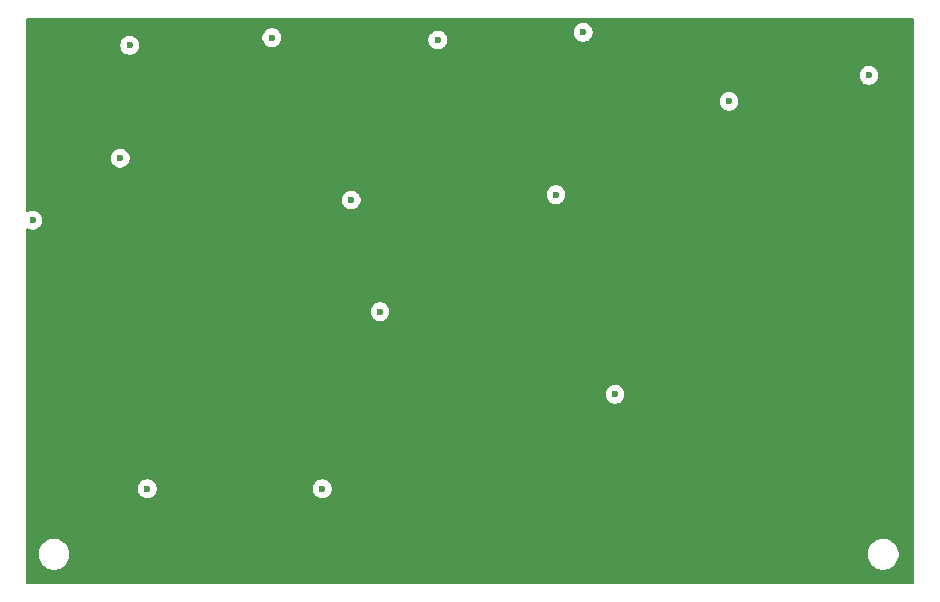
<source format=gbr>
%TF.GenerationSoftware,KiCad,Pcbnew,9.0.0*%
%TF.CreationDate,2025-05-16T17:37:23-07:00*%
%TF.ProjectId,current_measure_board,63757272-656e-4745-9f6d-656173757265,rev?*%
%TF.SameCoordinates,Original*%
%TF.FileFunction,Copper,L3,Inr*%
%TF.FilePolarity,Positive*%
%FSLAX46Y46*%
G04 Gerber Fmt 4.6, Leading zero omitted, Abs format (unit mm)*
G04 Created by KiCad (PCBNEW 9.0.0) date 2025-05-16 17:37:23*
%MOMM*%
%LPD*%
G01*
G04 APERTURE LIST*
%TA.AperFunction,ViaPad*%
%ADD10C,0.600000*%
%TD*%
G04 APERTURE END LIST*
D10*
%TO.N,/Vminus*%
X169550000Y-92550000D03*
%TO.N,GND*%
X167100000Y-92500000D03*
X171500000Y-86150000D03*
X183950000Y-90400000D03*
%TO.N,/Vplus*%
X181400000Y-90350000D03*
%TO.N,GND*%
X176400000Y-105500000D03*
X118650000Y-118150000D03*
X110650000Y-105650000D03*
X128250000Y-103100000D03*
X142250000Y-87250000D03*
X162500000Y-117300000D03*
X149900000Y-86550000D03*
X128000000Y-124943750D03*
X122900000Y-87400000D03*
X137200000Y-98550000D03*
X170950000Y-101550000D03*
X116250000Y-87850000D03*
X140250000Y-112950000D03*
X133600000Y-87050000D03*
X159850000Y-86450000D03*
%TO.N,/Vplus*%
X159900000Y-117350000D03*
X157200000Y-86700000D03*
X130850000Y-87150000D03*
X135112500Y-125350000D03*
X137550000Y-100900000D03*
%TO.N,/Vminus*%
X140000000Y-110350000D03*
X120300000Y-125350000D03*
X118800000Y-87800000D03*
X144900000Y-87350000D03*
X110600000Y-102600000D03*
%TO.N,Net-(U1-IN+)*%
X154900000Y-100450000D03*
X118000000Y-97350000D03*
%TD*%
%TA.AperFunction,Conductor*%
%TO.N,GND*%
G36*
X185164939Y-85519685D02*
G01*
X185210694Y-85572489D01*
X185221900Y-85624000D01*
X185221900Y-133298200D01*
X185202215Y-133365239D01*
X185149411Y-133410994D01*
X185097900Y-133422200D01*
X110146900Y-133422200D01*
X110079861Y-133402515D01*
X110034106Y-133349711D01*
X110022900Y-133298200D01*
X110022900Y-130797648D01*
X111099500Y-130797648D01*
X111099500Y-131002351D01*
X111131522Y-131204534D01*
X111194781Y-131399223D01*
X111287715Y-131581613D01*
X111408028Y-131747213D01*
X111552786Y-131891971D01*
X111707749Y-132004556D01*
X111718390Y-132012287D01*
X111834607Y-132071503D01*
X111900776Y-132105218D01*
X111900778Y-132105218D01*
X111900781Y-132105220D01*
X112005137Y-132139127D01*
X112095465Y-132168477D01*
X112196557Y-132184488D01*
X112297648Y-132200500D01*
X112297649Y-132200500D01*
X112502351Y-132200500D01*
X112502352Y-132200500D01*
X112704534Y-132168477D01*
X112899219Y-132105220D01*
X113081610Y-132012287D01*
X113174590Y-131944732D01*
X113247213Y-131891971D01*
X113247215Y-131891968D01*
X113247219Y-131891966D01*
X113391966Y-131747219D01*
X113391968Y-131747215D01*
X113391971Y-131747213D01*
X113444732Y-131674590D01*
X113512287Y-131581610D01*
X113605220Y-131399219D01*
X113668477Y-131204534D01*
X113700500Y-131002352D01*
X113700500Y-130797648D01*
X181299500Y-130797648D01*
X181299500Y-131002351D01*
X181331522Y-131204534D01*
X181394781Y-131399223D01*
X181487715Y-131581613D01*
X181608028Y-131747213D01*
X181752786Y-131891971D01*
X181907749Y-132004556D01*
X181918390Y-132012287D01*
X182034607Y-132071503D01*
X182100776Y-132105218D01*
X182100778Y-132105218D01*
X182100781Y-132105220D01*
X182205137Y-132139127D01*
X182295465Y-132168477D01*
X182396557Y-132184488D01*
X182497648Y-132200500D01*
X182497649Y-132200500D01*
X182702351Y-132200500D01*
X182702352Y-132200500D01*
X182904534Y-132168477D01*
X183099219Y-132105220D01*
X183281610Y-132012287D01*
X183374590Y-131944732D01*
X183447213Y-131891971D01*
X183447215Y-131891968D01*
X183447219Y-131891966D01*
X183591966Y-131747219D01*
X183591968Y-131747215D01*
X183591971Y-131747213D01*
X183644732Y-131674590D01*
X183712287Y-131581610D01*
X183805220Y-131399219D01*
X183868477Y-131204534D01*
X183900500Y-131002352D01*
X183900500Y-130797648D01*
X183868477Y-130595466D01*
X183805220Y-130400781D01*
X183805218Y-130400778D01*
X183805218Y-130400776D01*
X183771503Y-130334607D01*
X183712287Y-130218390D01*
X183704556Y-130207749D01*
X183591971Y-130052786D01*
X183447213Y-129908028D01*
X183281613Y-129787715D01*
X183281612Y-129787714D01*
X183281610Y-129787713D01*
X183224653Y-129758691D01*
X183099223Y-129694781D01*
X182904534Y-129631522D01*
X182729995Y-129603878D01*
X182702352Y-129599500D01*
X182497648Y-129599500D01*
X182473329Y-129603351D01*
X182295465Y-129631522D01*
X182100776Y-129694781D01*
X181918386Y-129787715D01*
X181752786Y-129908028D01*
X181608028Y-130052786D01*
X181487715Y-130218386D01*
X181394781Y-130400776D01*
X181331522Y-130595465D01*
X181299500Y-130797648D01*
X113700500Y-130797648D01*
X113668477Y-130595466D01*
X113605220Y-130400781D01*
X113605218Y-130400778D01*
X113605218Y-130400776D01*
X113571503Y-130334607D01*
X113512287Y-130218390D01*
X113504556Y-130207749D01*
X113391971Y-130052786D01*
X113247213Y-129908028D01*
X113081613Y-129787715D01*
X113081612Y-129787714D01*
X113081610Y-129787713D01*
X113024653Y-129758691D01*
X112899223Y-129694781D01*
X112704534Y-129631522D01*
X112529995Y-129603878D01*
X112502352Y-129599500D01*
X112297648Y-129599500D01*
X112273329Y-129603351D01*
X112095465Y-129631522D01*
X111900776Y-129694781D01*
X111718386Y-129787715D01*
X111552786Y-129908028D01*
X111408028Y-130052786D01*
X111287715Y-130218386D01*
X111194781Y-130400776D01*
X111131522Y-130595465D01*
X111099500Y-130797648D01*
X110022900Y-130797648D01*
X110022900Y-125271153D01*
X119499500Y-125271153D01*
X119499500Y-125428846D01*
X119530261Y-125583489D01*
X119530264Y-125583501D01*
X119590602Y-125729172D01*
X119590609Y-125729185D01*
X119678210Y-125860288D01*
X119678213Y-125860292D01*
X119789707Y-125971786D01*
X119789711Y-125971789D01*
X119920814Y-126059390D01*
X119920827Y-126059397D01*
X120066498Y-126119735D01*
X120066503Y-126119737D01*
X120221153Y-126150499D01*
X120221156Y-126150500D01*
X120221158Y-126150500D01*
X120378844Y-126150500D01*
X120378845Y-126150499D01*
X120533497Y-126119737D01*
X120679179Y-126059394D01*
X120810289Y-125971789D01*
X120921789Y-125860289D01*
X121009394Y-125729179D01*
X121069737Y-125583497D01*
X121100500Y-125428842D01*
X121100500Y-125271158D01*
X121100500Y-125271155D01*
X121100499Y-125271153D01*
X134312000Y-125271153D01*
X134312000Y-125428846D01*
X134342761Y-125583489D01*
X134342764Y-125583501D01*
X134403102Y-125729172D01*
X134403109Y-125729185D01*
X134490710Y-125860288D01*
X134490713Y-125860292D01*
X134602207Y-125971786D01*
X134602211Y-125971789D01*
X134733314Y-126059390D01*
X134733327Y-126059397D01*
X134878998Y-126119735D01*
X134879003Y-126119737D01*
X135033653Y-126150499D01*
X135033656Y-126150500D01*
X135033658Y-126150500D01*
X135191344Y-126150500D01*
X135191345Y-126150499D01*
X135345997Y-126119737D01*
X135491679Y-126059394D01*
X135622789Y-125971789D01*
X135734289Y-125860289D01*
X135821894Y-125729179D01*
X135882237Y-125583497D01*
X135913000Y-125428842D01*
X135913000Y-125271158D01*
X135913000Y-125271155D01*
X135912999Y-125271153D01*
X135882238Y-125116510D01*
X135882237Y-125116503D01*
X135882235Y-125116498D01*
X135821897Y-124970827D01*
X135821890Y-124970814D01*
X135734289Y-124839711D01*
X135734286Y-124839707D01*
X135622792Y-124728213D01*
X135622788Y-124728210D01*
X135491685Y-124640609D01*
X135491672Y-124640602D01*
X135346001Y-124580264D01*
X135345989Y-124580261D01*
X135191345Y-124549500D01*
X135191342Y-124549500D01*
X135033658Y-124549500D01*
X135033655Y-124549500D01*
X134879010Y-124580261D01*
X134878998Y-124580264D01*
X134733327Y-124640602D01*
X134733314Y-124640609D01*
X134602211Y-124728210D01*
X134602207Y-124728213D01*
X134490713Y-124839707D01*
X134490710Y-124839711D01*
X134403109Y-124970814D01*
X134403102Y-124970827D01*
X134342764Y-125116498D01*
X134342761Y-125116510D01*
X134312000Y-125271153D01*
X121100499Y-125271153D01*
X121069738Y-125116510D01*
X121069737Y-125116503D01*
X121069735Y-125116498D01*
X121009397Y-124970827D01*
X121009390Y-124970814D01*
X120921789Y-124839711D01*
X120921786Y-124839707D01*
X120810292Y-124728213D01*
X120810288Y-124728210D01*
X120679185Y-124640609D01*
X120679172Y-124640602D01*
X120533501Y-124580264D01*
X120533489Y-124580261D01*
X120378845Y-124549500D01*
X120378842Y-124549500D01*
X120221158Y-124549500D01*
X120221155Y-124549500D01*
X120066510Y-124580261D01*
X120066498Y-124580264D01*
X119920827Y-124640602D01*
X119920814Y-124640609D01*
X119789711Y-124728210D01*
X119789707Y-124728213D01*
X119678213Y-124839707D01*
X119678210Y-124839711D01*
X119590609Y-124970814D01*
X119590602Y-124970827D01*
X119530264Y-125116498D01*
X119530261Y-125116510D01*
X119499500Y-125271153D01*
X110022900Y-125271153D01*
X110022900Y-117271153D01*
X159099500Y-117271153D01*
X159099500Y-117428846D01*
X159130261Y-117583489D01*
X159130264Y-117583501D01*
X159190602Y-117729172D01*
X159190609Y-117729185D01*
X159278210Y-117860288D01*
X159278213Y-117860292D01*
X159389707Y-117971786D01*
X159389711Y-117971789D01*
X159520814Y-118059390D01*
X159520827Y-118059397D01*
X159666498Y-118119735D01*
X159666503Y-118119737D01*
X159821153Y-118150499D01*
X159821156Y-118150500D01*
X159821158Y-118150500D01*
X159978844Y-118150500D01*
X159978845Y-118150499D01*
X160133497Y-118119737D01*
X160279179Y-118059394D01*
X160410289Y-117971789D01*
X160521789Y-117860289D01*
X160609394Y-117729179D01*
X160669737Y-117583497D01*
X160700500Y-117428842D01*
X160700500Y-117271158D01*
X160700500Y-117271155D01*
X160700499Y-117271153D01*
X160669738Y-117116510D01*
X160669737Y-117116503D01*
X160669735Y-117116498D01*
X160609397Y-116970827D01*
X160609390Y-116970814D01*
X160521789Y-116839711D01*
X160521786Y-116839707D01*
X160410292Y-116728213D01*
X160410288Y-116728210D01*
X160279185Y-116640609D01*
X160279172Y-116640602D01*
X160133501Y-116580264D01*
X160133489Y-116580261D01*
X159978845Y-116549500D01*
X159978842Y-116549500D01*
X159821158Y-116549500D01*
X159821155Y-116549500D01*
X159666510Y-116580261D01*
X159666498Y-116580264D01*
X159520827Y-116640602D01*
X159520814Y-116640609D01*
X159389711Y-116728210D01*
X159389707Y-116728213D01*
X159278213Y-116839707D01*
X159278210Y-116839711D01*
X159190609Y-116970814D01*
X159190602Y-116970827D01*
X159130264Y-117116498D01*
X159130261Y-117116510D01*
X159099500Y-117271153D01*
X110022900Y-117271153D01*
X110022900Y-110271153D01*
X139199500Y-110271153D01*
X139199500Y-110428846D01*
X139230261Y-110583489D01*
X139230264Y-110583501D01*
X139290602Y-110729172D01*
X139290609Y-110729185D01*
X139378210Y-110860288D01*
X139378213Y-110860292D01*
X139489707Y-110971786D01*
X139489711Y-110971789D01*
X139620814Y-111059390D01*
X139620827Y-111059397D01*
X139766498Y-111119735D01*
X139766503Y-111119737D01*
X139921153Y-111150499D01*
X139921156Y-111150500D01*
X139921158Y-111150500D01*
X140078844Y-111150500D01*
X140078845Y-111150499D01*
X140233497Y-111119737D01*
X140379179Y-111059394D01*
X140510289Y-110971789D01*
X140621789Y-110860289D01*
X140709394Y-110729179D01*
X140769737Y-110583497D01*
X140800500Y-110428842D01*
X140800500Y-110271158D01*
X140800500Y-110271155D01*
X140800499Y-110271153D01*
X140769738Y-110116510D01*
X140769737Y-110116503D01*
X140769735Y-110116498D01*
X140709397Y-109970827D01*
X140709390Y-109970814D01*
X140621789Y-109839711D01*
X140621786Y-109839707D01*
X140510292Y-109728213D01*
X140510288Y-109728210D01*
X140379185Y-109640609D01*
X140379172Y-109640602D01*
X140233501Y-109580264D01*
X140233489Y-109580261D01*
X140078845Y-109549500D01*
X140078842Y-109549500D01*
X139921158Y-109549500D01*
X139921155Y-109549500D01*
X139766510Y-109580261D01*
X139766498Y-109580264D01*
X139620827Y-109640602D01*
X139620814Y-109640609D01*
X139489711Y-109728210D01*
X139489707Y-109728213D01*
X139378213Y-109839707D01*
X139378210Y-109839711D01*
X139290609Y-109970814D01*
X139290602Y-109970827D01*
X139230264Y-110116498D01*
X139230261Y-110116510D01*
X139199500Y-110271153D01*
X110022900Y-110271153D01*
X110022900Y-103409135D01*
X110042585Y-103342096D01*
X110095389Y-103296341D01*
X110164547Y-103286397D01*
X110215794Y-103306035D01*
X110220821Y-103309394D01*
X110220823Y-103309395D01*
X110220827Y-103309397D01*
X110299771Y-103342096D01*
X110366503Y-103369737D01*
X110521153Y-103400499D01*
X110521156Y-103400500D01*
X110521158Y-103400500D01*
X110678844Y-103400500D01*
X110678845Y-103400499D01*
X110833497Y-103369737D01*
X110979179Y-103309394D01*
X111110289Y-103221789D01*
X111221789Y-103110289D01*
X111309394Y-102979179D01*
X111369737Y-102833497D01*
X111400500Y-102678842D01*
X111400500Y-102521158D01*
X111400500Y-102521155D01*
X111400499Y-102521153D01*
X111369738Y-102366510D01*
X111369737Y-102366503D01*
X111369735Y-102366498D01*
X111309397Y-102220827D01*
X111309390Y-102220814D01*
X111221789Y-102089711D01*
X111221786Y-102089707D01*
X111110292Y-101978213D01*
X111110288Y-101978210D01*
X110979185Y-101890609D01*
X110979172Y-101890602D01*
X110833501Y-101830264D01*
X110833489Y-101830261D01*
X110678845Y-101799500D01*
X110678842Y-101799500D01*
X110521158Y-101799500D01*
X110521155Y-101799500D01*
X110366510Y-101830261D01*
X110366498Y-101830264D01*
X110220827Y-101890602D01*
X110220811Y-101890611D01*
X110215789Y-101893967D01*
X110149111Y-101914844D01*
X110081731Y-101896358D01*
X110035042Y-101844379D01*
X110022900Y-101790864D01*
X110022900Y-100821153D01*
X136749500Y-100821153D01*
X136749500Y-100978846D01*
X136780261Y-101133489D01*
X136780264Y-101133501D01*
X136840602Y-101279172D01*
X136840609Y-101279185D01*
X136928210Y-101410288D01*
X136928213Y-101410292D01*
X137039707Y-101521786D01*
X137039711Y-101521789D01*
X137170814Y-101609390D01*
X137170827Y-101609397D01*
X137316498Y-101669735D01*
X137316503Y-101669737D01*
X137471153Y-101700499D01*
X137471156Y-101700500D01*
X137471158Y-101700500D01*
X137628844Y-101700500D01*
X137628845Y-101700499D01*
X137783497Y-101669737D01*
X137929179Y-101609394D01*
X138060289Y-101521789D01*
X138171789Y-101410289D01*
X138259394Y-101279179D01*
X138319737Y-101133497D01*
X138350500Y-100978842D01*
X138350500Y-100821158D01*
X138350500Y-100821155D01*
X138350499Y-100821153D01*
X138323117Y-100683497D01*
X138319737Y-100666503D01*
X138319735Y-100666498D01*
X138259397Y-100520827D01*
X138259390Y-100520814D01*
X138201354Y-100433957D01*
X138171789Y-100389711D01*
X138171786Y-100389707D01*
X138153232Y-100371153D01*
X154099500Y-100371153D01*
X154099500Y-100528846D01*
X154130261Y-100683489D01*
X154130264Y-100683501D01*
X154190602Y-100829172D01*
X154190609Y-100829185D01*
X154278210Y-100960288D01*
X154278213Y-100960292D01*
X154389707Y-101071786D01*
X154389711Y-101071789D01*
X154520814Y-101159390D01*
X154520827Y-101159397D01*
X154666498Y-101219735D01*
X154666503Y-101219737D01*
X154821153Y-101250499D01*
X154821156Y-101250500D01*
X154821158Y-101250500D01*
X154978844Y-101250500D01*
X154978845Y-101250499D01*
X155133497Y-101219737D01*
X155279179Y-101159394D01*
X155410289Y-101071789D01*
X155521789Y-100960289D01*
X155609394Y-100829179D01*
X155612719Y-100821153D01*
X155669735Y-100683501D01*
X155669737Y-100683497D01*
X155700500Y-100528842D01*
X155700500Y-100371158D01*
X155700500Y-100371155D01*
X155700499Y-100371153D01*
X155682012Y-100278213D01*
X155669737Y-100216503D01*
X155669735Y-100216498D01*
X155609397Y-100070827D01*
X155609390Y-100070814D01*
X155521789Y-99939711D01*
X155521786Y-99939707D01*
X155410292Y-99828213D01*
X155410288Y-99828210D01*
X155279185Y-99740609D01*
X155279172Y-99740602D01*
X155133501Y-99680264D01*
X155133489Y-99680261D01*
X154978845Y-99649500D01*
X154978842Y-99649500D01*
X154821158Y-99649500D01*
X154821155Y-99649500D01*
X154666510Y-99680261D01*
X154666498Y-99680264D01*
X154520827Y-99740602D01*
X154520814Y-99740609D01*
X154389711Y-99828210D01*
X154389707Y-99828213D01*
X154278213Y-99939707D01*
X154278210Y-99939711D01*
X154190609Y-100070814D01*
X154190602Y-100070827D01*
X154130264Y-100216498D01*
X154130261Y-100216510D01*
X154099500Y-100371153D01*
X138153232Y-100371153D01*
X138060292Y-100278213D01*
X138060288Y-100278210D01*
X137929185Y-100190609D01*
X137929172Y-100190602D01*
X137783501Y-100130264D01*
X137783489Y-100130261D01*
X137628845Y-100099500D01*
X137628842Y-100099500D01*
X137471158Y-100099500D01*
X137471155Y-100099500D01*
X137316510Y-100130261D01*
X137316498Y-100130264D01*
X137170827Y-100190602D01*
X137170814Y-100190609D01*
X137039711Y-100278210D01*
X137039707Y-100278213D01*
X136928213Y-100389707D01*
X136928210Y-100389711D01*
X136840609Y-100520814D01*
X136840602Y-100520827D01*
X136780264Y-100666498D01*
X136780261Y-100666510D01*
X136749500Y-100821153D01*
X110022900Y-100821153D01*
X110022900Y-97271153D01*
X117199500Y-97271153D01*
X117199500Y-97428846D01*
X117230261Y-97583489D01*
X117230264Y-97583501D01*
X117290602Y-97729172D01*
X117290609Y-97729185D01*
X117378210Y-97860288D01*
X117378213Y-97860292D01*
X117489707Y-97971786D01*
X117489711Y-97971789D01*
X117620814Y-98059390D01*
X117620827Y-98059397D01*
X117766498Y-98119735D01*
X117766503Y-98119737D01*
X117921153Y-98150499D01*
X117921156Y-98150500D01*
X117921158Y-98150500D01*
X118078844Y-98150500D01*
X118078845Y-98150499D01*
X118233497Y-98119737D01*
X118379179Y-98059394D01*
X118510289Y-97971789D01*
X118621789Y-97860289D01*
X118709394Y-97729179D01*
X118769737Y-97583497D01*
X118800500Y-97428842D01*
X118800500Y-97271158D01*
X118800500Y-97271155D01*
X118800499Y-97271153D01*
X118769738Y-97116510D01*
X118769737Y-97116503D01*
X118769735Y-97116498D01*
X118709397Y-96970827D01*
X118709390Y-96970814D01*
X118621789Y-96839711D01*
X118621786Y-96839707D01*
X118510292Y-96728213D01*
X118510288Y-96728210D01*
X118379185Y-96640609D01*
X118379172Y-96640602D01*
X118233501Y-96580264D01*
X118233489Y-96580261D01*
X118078845Y-96549500D01*
X118078842Y-96549500D01*
X117921158Y-96549500D01*
X117921155Y-96549500D01*
X117766510Y-96580261D01*
X117766498Y-96580264D01*
X117620827Y-96640602D01*
X117620814Y-96640609D01*
X117489711Y-96728210D01*
X117489707Y-96728213D01*
X117378213Y-96839707D01*
X117378210Y-96839711D01*
X117290609Y-96970814D01*
X117290602Y-96970827D01*
X117230264Y-97116498D01*
X117230261Y-97116510D01*
X117199500Y-97271153D01*
X110022900Y-97271153D01*
X110022900Y-92471153D01*
X168749500Y-92471153D01*
X168749500Y-92628846D01*
X168780261Y-92783489D01*
X168780264Y-92783501D01*
X168840602Y-92929172D01*
X168840609Y-92929185D01*
X168928210Y-93060288D01*
X168928213Y-93060292D01*
X169039707Y-93171786D01*
X169039711Y-93171789D01*
X169170814Y-93259390D01*
X169170827Y-93259397D01*
X169316498Y-93319735D01*
X169316503Y-93319737D01*
X169471153Y-93350499D01*
X169471156Y-93350500D01*
X169471158Y-93350500D01*
X169628844Y-93350500D01*
X169628845Y-93350499D01*
X169783497Y-93319737D01*
X169929179Y-93259394D01*
X170060289Y-93171789D01*
X170171789Y-93060289D01*
X170259394Y-92929179D01*
X170319737Y-92783497D01*
X170350500Y-92628842D01*
X170350500Y-92471158D01*
X170350500Y-92471155D01*
X170350499Y-92471153D01*
X170319738Y-92316510D01*
X170319737Y-92316503D01*
X170319735Y-92316498D01*
X170259397Y-92170827D01*
X170259390Y-92170814D01*
X170171789Y-92039711D01*
X170171786Y-92039707D01*
X170060292Y-91928213D01*
X170060288Y-91928210D01*
X169929185Y-91840609D01*
X169929172Y-91840602D01*
X169783501Y-91780264D01*
X169783489Y-91780261D01*
X169628845Y-91749500D01*
X169628842Y-91749500D01*
X169471158Y-91749500D01*
X169471155Y-91749500D01*
X169316510Y-91780261D01*
X169316498Y-91780264D01*
X169170827Y-91840602D01*
X169170814Y-91840609D01*
X169039711Y-91928210D01*
X169039707Y-91928213D01*
X168928213Y-92039707D01*
X168928210Y-92039711D01*
X168840609Y-92170814D01*
X168840602Y-92170827D01*
X168780264Y-92316498D01*
X168780261Y-92316510D01*
X168749500Y-92471153D01*
X110022900Y-92471153D01*
X110022900Y-90271153D01*
X180599500Y-90271153D01*
X180599500Y-90428846D01*
X180630261Y-90583489D01*
X180630264Y-90583501D01*
X180690602Y-90729172D01*
X180690609Y-90729185D01*
X180778210Y-90860288D01*
X180778213Y-90860292D01*
X180889707Y-90971786D01*
X180889711Y-90971789D01*
X181020814Y-91059390D01*
X181020827Y-91059397D01*
X181166498Y-91119735D01*
X181166503Y-91119737D01*
X181321153Y-91150499D01*
X181321156Y-91150500D01*
X181321158Y-91150500D01*
X181478844Y-91150500D01*
X181478845Y-91150499D01*
X181633497Y-91119737D01*
X181779179Y-91059394D01*
X181910289Y-90971789D01*
X182021789Y-90860289D01*
X182109394Y-90729179D01*
X182169737Y-90583497D01*
X182200500Y-90428842D01*
X182200500Y-90271158D01*
X182200500Y-90271155D01*
X182200499Y-90271153D01*
X182169738Y-90116510D01*
X182169737Y-90116503D01*
X182169735Y-90116498D01*
X182109397Y-89970827D01*
X182109390Y-89970814D01*
X182021789Y-89839711D01*
X182021786Y-89839707D01*
X181910292Y-89728213D01*
X181910288Y-89728210D01*
X181779185Y-89640609D01*
X181779172Y-89640602D01*
X181633501Y-89580264D01*
X181633489Y-89580261D01*
X181478845Y-89549500D01*
X181478842Y-89549500D01*
X181321158Y-89549500D01*
X181321155Y-89549500D01*
X181166510Y-89580261D01*
X181166498Y-89580264D01*
X181020827Y-89640602D01*
X181020814Y-89640609D01*
X180889711Y-89728210D01*
X180889707Y-89728213D01*
X180778213Y-89839707D01*
X180778210Y-89839711D01*
X180690609Y-89970814D01*
X180690602Y-89970827D01*
X180630264Y-90116498D01*
X180630261Y-90116510D01*
X180599500Y-90271153D01*
X110022900Y-90271153D01*
X110022900Y-87721153D01*
X117999500Y-87721153D01*
X117999500Y-87878846D01*
X118030261Y-88033489D01*
X118030264Y-88033501D01*
X118090602Y-88179172D01*
X118090609Y-88179185D01*
X118178210Y-88310288D01*
X118178213Y-88310292D01*
X118289707Y-88421786D01*
X118289711Y-88421789D01*
X118420814Y-88509390D01*
X118420827Y-88509397D01*
X118566498Y-88569735D01*
X118566503Y-88569737D01*
X118721153Y-88600499D01*
X118721156Y-88600500D01*
X118721158Y-88600500D01*
X118878844Y-88600500D01*
X118878845Y-88600499D01*
X119033497Y-88569737D01*
X119179179Y-88509394D01*
X119310289Y-88421789D01*
X119421789Y-88310289D01*
X119509394Y-88179179D01*
X119569737Y-88033497D01*
X119600500Y-87878842D01*
X119600500Y-87721158D01*
X119600500Y-87721155D01*
X119600499Y-87721153D01*
X119573117Y-87583497D01*
X119569737Y-87566503D01*
X119569735Y-87566498D01*
X119509397Y-87420827D01*
X119509390Y-87420814D01*
X119421789Y-87289711D01*
X119421786Y-87289707D01*
X119310289Y-87178210D01*
X119295259Y-87168168D01*
X119179185Y-87090609D01*
X119179172Y-87090602D01*
X119132217Y-87071153D01*
X130049500Y-87071153D01*
X130049500Y-87228846D01*
X130080261Y-87383489D01*
X130080264Y-87383501D01*
X130140602Y-87529172D01*
X130140609Y-87529185D01*
X130228210Y-87660288D01*
X130228213Y-87660292D01*
X130339707Y-87771786D01*
X130339711Y-87771789D01*
X130470814Y-87859390D01*
X130470827Y-87859397D01*
X130616498Y-87919735D01*
X130616503Y-87919737D01*
X130771153Y-87950499D01*
X130771156Y-87950500D01*
X130771158Y-87950500D01*
X130928844Y-87950500D01*
X130928845Y-87950499D01*
X131083497Y-87919737D01*
X131229179Y-87859394D01*
X131360289Y-87771789D01*
X131471789Y-87660289D01*
X131559394Y-87529179D01*
X131619737Y-87383497D01*
X131642083Y-87271158D01*
X131642084Y-87271153D01*
X144099500Y-87271153D01*
X144099500Y-87428846D01*
X144130261Y-87583489D01*
X144130264Y-87583501D01*
X144190602Y-87729172D01*
X144190609Y-87729185D01*
X144278210Y-87860288D01*
X144278213Y-87860292D01*
X144389707Y-87971786D01*
X144389711Y-87971789D01*
X144520814Y-88059390D01*
X144520827Y-88059397D01*
X144666498Y-88119735D01*
X144666503Y-88119737D01*
X144821153Y-88150499D01*
X144821156Y-88150500D01*
X144821158Y-88150500D01*
X144978844Y-88150500D01*
X144978845Y-88150499D01*
X145133497Y-88119737D01*
X145279179Y-88059394D01*
X145410289Y-87971789D01*
X145521789Y-87860289D01*
X145609394Y-87729179D01*
X145612719Y-87721153D01*
X145669735Y-87583501D01*
X145669737Y-87583497D01*
X145700500Y-87428842D01*
X145700500Y-87271158D01*
X145700500Y-87271155D01*
X145700499Y-87271153D01*
X145694476Y-87240874D01*
X145669737Y-87116503D01*
X145669735Y-87116498D01*
X145609397Y-86970827D01*
X145609390Y-86970814D01*
X145521789Y-86839711D01*
X145521786Y-86839707D01*
X145410289Y-86728210D01*
X145395259Y-86718168D01*
X145279185Y-86640609D01*
X145279172Y-86640602D01*
X145232217Y-86621153D01*
X156399500Y-86621153D01*
X156399500Y-86778846D01*
X156430261Y-86933489D01*
X156430264Y-86933501D01*
X156490602Y-87079172D01*
X156490609Y-87079185D01*
X156578210Y-87210288D01*
X156578213Y-87210292D01*
X156689707Y-87321786D01*
X156689711Y-87321789D01*
X156820814Y-87409390D01*
X156820827Y-87409397D01*
X156966498Y-87469735D01*
X156966503Y-87469737D01*
X157121153Y-87500499D01*
X157121156Y-87500500D01*
X157121158Y-87500500D01*
X157278844Y-87500500D01*
X157278845Y-87500499D01*
X157433497Y-87469737D01*
X157551592Y-87420821D01*
X157579172Y-87409397D01*
X157579172Y-87409396D01*
X157579179Y-87409394D01*
X157710289Y-87321789D01*
X157821789Y-87210289D01*
X157909394Y-87079179D01*
X157912719Y-87071153D01*
X157929655Y-87030264D01*
X157969737Y-86933497D01*
X158000500Y-86778842D01*
X158000500Y-86621158D01*
X158000500Y-86621155D01*
X158000499Y-86621153D01*
X157982012Y-86528213D01*
X157969737Y-86466503D01*
X157969735Y-86466498D01*
X157909397Y-86320827D01*
X157909390Y-86320814D01*
X157821789Y-86189711D01*
X157821786Y-86189707D01*
X157710292Y-86078213D01*
X157710288Y-86078210D01*
X157579185Y-85990609D01*
X157579172Y-85990602D01*
X157433501Y-85930264D01*
X157433489Y-85930261D01*
X157278845Y-85899500D01*
X157278842Y-85899500D01*
X157121158Y-85899500D01*
X157121155Y-85899500D01*
X156966510Y-85930261D01*
X156966498Y-85930264D01*
X156820827Y-85990602D01*
X156820814Y-85990609D01*
X156689711Y-86078210D01*
X156689707Y-86078213D01*
X156578213Y-86189707D01*
X156578210Y-86189711D01*
X156490609Y-86320814D01*
X156490602Y-86320827D01*
X156430264Y-86466498D01*
X156430261Y-86466510D01*
X156399500Y-86621153D01*
X145232217Y-86621153D01*
X145133501Y-86580264D01*
X145133489Y-86580261D01*
X144978845Y-86549500D01*
X144978842Y-86549500D01*
X144821158Y-86549500D01*
X144821155Y-86549500D01*
X144666510Y-86580261D01*
X144666498Y-86580264D01*
X144520827Y-86640602D01*
X144520814Y-86640609D01*
X144389711Y-86728210D01*
X144389707Y-86728213D01*
X144278213Y-86839707D01*
X144278210Y-86839711D01*
X144190609Y-86970814D01*
X144190602Y-86970827D01*
X144130264Y-87116498D01*
X144130261Y-87116510D01*
X144099500Y-87271153D01*
X131642084Y-87271153D01*
X131648107Y-87240875D01*
X131648107Y-87240874D01*
X131650500Y-87228844D01*
X131650500Y-87071155D01*
X131650499Y-87071153D01*
X131630543Y-86970827D01*
X131619737Y-86916503D01*
X131587929Y-86839711D01*
X131559397Y-86770827D01*
X131559390Y-86770814D01*
X131471789Y-86639711D01*
X131471786Y-86639707D01*
X131360292Y-86528213D01*
X131360288Y-86528210D01*
X131229185Y-86440609D01*
X131229172Y-86440602D01*
X131083501Y-86380264D01*
X131083489Y-86380261D01*
X130928845Y-86349500D01*
X130928842Y-86349500D01*
X130771158Y-86349500D01*
X130771155Y-86349500D01*
X130616510Y-86380261D01*
X130616498Y-86380264D01*
X130470827Y-86440602D01*
X130470814Y-86440609D01*
X130339711Y-86528210D01*
X130339707Y-86528213D01*
X130228213Y-86639707D01*
X130228210Y-86639711D01*
X130140609Y-86770814D01*
X130140602Y-86770827D01*
X130080264Y-86916498D01*
X130080261Y-86916510D01*
X130049500Y-87071153D01*
X119132217Y-87071153D01*
X119033501Y-87030264D01*
X119033489Y-87030261D01*
X118878845Y-86999500D01*
X118878842Y-86999500D01*
X118721158Y-86999500D01*
X118721155Y-86999500D01*
X118566510Y-87030261D01*
X118566498Y-87030264D01*
X118420827Y-87090602D01*
X118420814Y-87090609D01*
X118289711Y-87178210D01*
X118289707Y-87178213D01*
X118178213Y-87289707D01*
X118178210Y-87289711D01*
X118090609Y-87420814D01*
X118090602Y-87420827D01*
X118030264Y-87566498D01*
X118030261Y-87566510D01*
X117999500Y-87721153D01*
X110022900Y-87721153D01*
X110022900Y-85624000D01*
X110042585Y-85556961D01*
X110095389Y-85511206D01*
X110146900Y-85500000D01*
X185097900Y-85500000D01*
X185164939Y-85519685D01*
G37*
%TD.AperFunction*%
%TD*%
M02*

</source>
